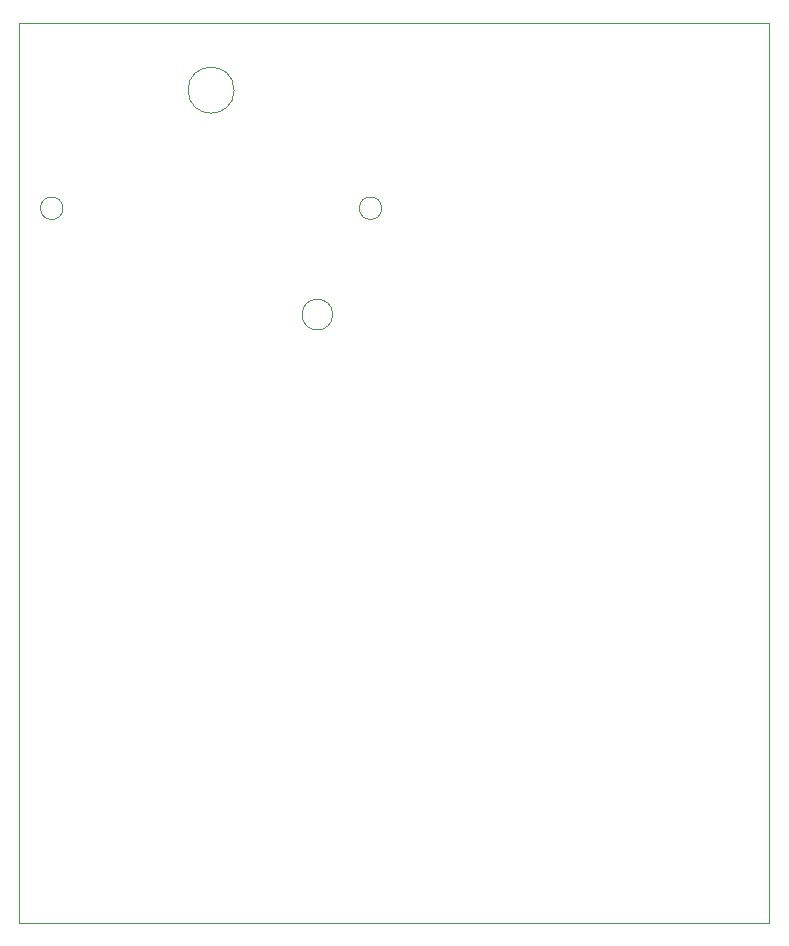
<source format=gbr>
%TF.GenerationSoftware,KiCad,Pcbnew,7.0.10*%
%TF.CreationDate,2024-02-12T12:18:25-08:00*%
%TF.ProjectId,PCB,5043422e-6b69-4636-9164-5f7063625858,1.0*%
%TF.SameCoordinates,Original*%
%TF.FileFunction,Profile,NP*%
%FSLAX46Y46*%
G04 Gerber Fmt 4.6, Leading zero omitted, Abs format (unit mm)*
G04 Created by KiCad (PCBNEW 7.0.10) date 2024-02-12 12:18:25*
%MOMM*%
%LPD*%
G01*
G04 APERTURE LIST*
%TA.AperFunction,Profile*%
%ADD10C,0.100000*%
%TD*%
%TA.AperFunction,Profile*%
%ADD11C,0.050000*%
%TD*%
G04 APERTURE END LIST*
D10*
X197721800Y-64829000D02*
X261221800Y-64829000D01*
X261221800Y-64829000D02*
X261221800Y-141029000D01*
X197721800Y-141029000D02*
X197721800Y-64829000D01*
X261221800Y-141029000D02*
X197721800Y-141029000D01*
D11*
%TO.C,M1*%
X228402400Y-80526200D02*
G75*
G03*
X226502400Y-80526200I-950000J0D01*
G01*
X226502400Y-80526200D02*
G75*
G03*
X228402400Y-80526200I950000J0D01*
G01*
X224252400Y-89526200D02*
G75*
G03*
X221652400Y-89526200I-1300000J0D01*
G01*
X221652400Y-89526200D02*
G75*
G03*
X224252400Y-89526200I1300000J0D01*
G01*
X215902400Y-70526200D02*
G75*
G03*
X212002400Y-70526200I-1950000J0D01*
G01*
X212002400Y-70526200D02*
G75*
G03*
X215902400Y-70526200I1950000J0D01*
G01*
X201402400Y-80526200D02*
G75*
G03*
X199502400Y-80526200I-950000J0D01*
G01*
X199502400Y-80526200D02*
G75*
G03*
X201402400Y-80526200I950000J0D01*
G01*
%TD*%
M02*

</source>
